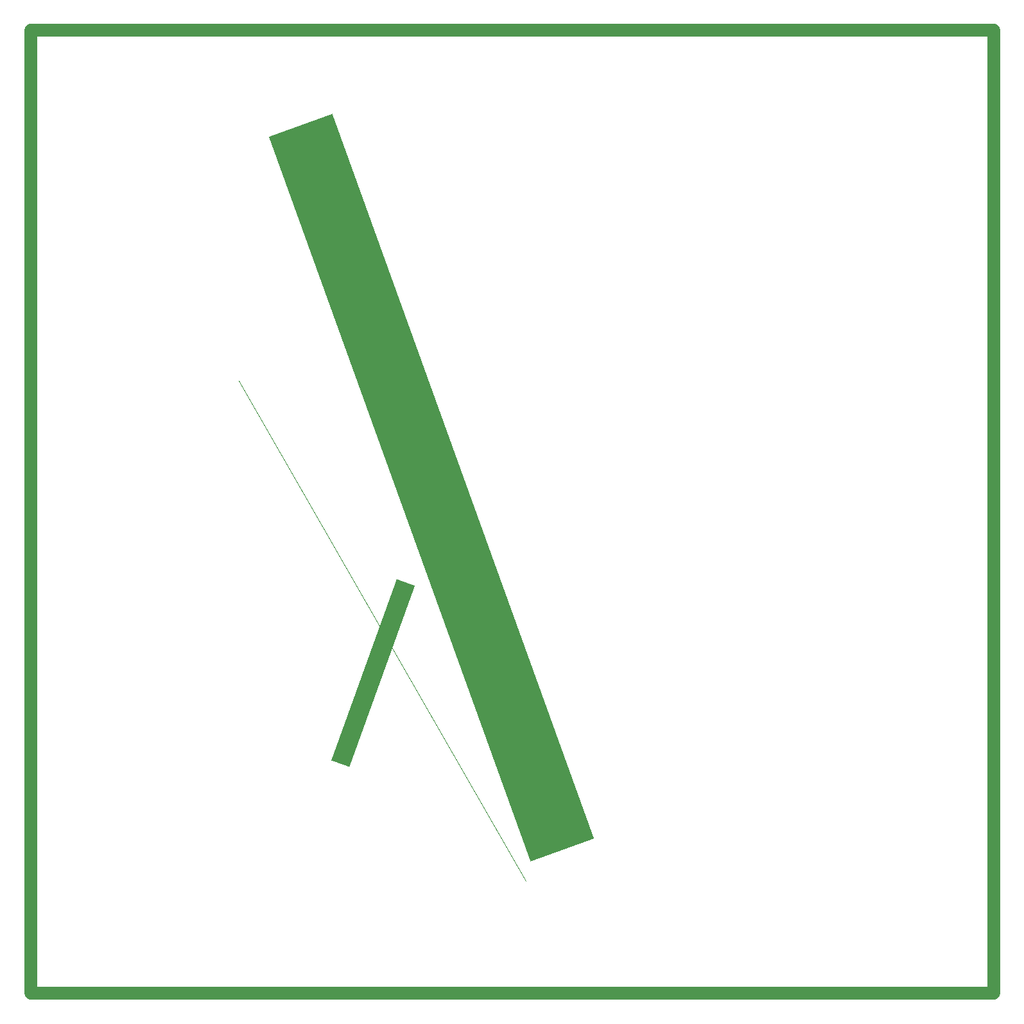
<source format=gbr>
%MOIN*%
%FSLAX23Y23*%
%OFA0.0000B0.0000*%
G90*
%AMCODE22*
22,1,$1,$2,$3,$4,$5*
%
%ADD10C,0.0650*%
%ADD11CODE22,0.1X1X2X2X-19.85*%
%ADD12CODE22,0.35X4X0.6X0.5X19.85*%
%ADD13CODE22,0X3X0.6X0.3X29.85*%
D11
X0Y9D03*

D12
X3200Y10D03*

D13
X3200Y20D03*

X1000Y0D02*
G54D10*
X1000Y0D01*
X6000D01*
Y5000D01*
X1000D01*
Y0D01*
M02*

</source>
